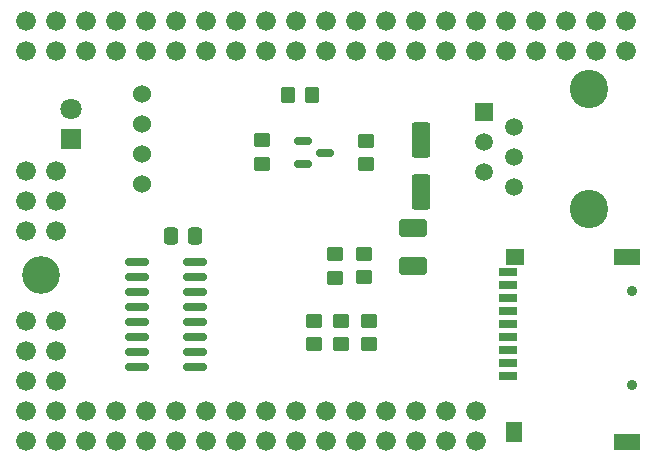
<source format=gbr>
%TF.GenerationSoftware,KiCad,Pcbnew,(6.0.8)*%
%TF.CreationDate,2022-11-19T01:29:10-06:00*%
%TF.ProjectId,coleco-adam-ade-pro-embed-shield,636f6c65-636f-42d6-9164-616d2d616465,rev?*%
%TF.SameCoordinates,Original*%
%TF.FileFunction,Soldermask,Bot*%
%TF.FilePolarity,Negative*%
%FSLAX46Y46*%
G04 Gerber Fmt 4.6, Leading zero omitted, Abs format (unit mm)*
G04 Created by KiCad (PCBNEW (6.0.8)) date 2022-11-19 01:29:10*
%MOMM*%
%LPD*%
G01*
G04 APERTURE LIST*
G04 Aperture macros list*
%AMRoundRect*
0 Rectangle with rounded corners*
0 $1 Rounding radius*
0 $2 $3 $4 $5 $6 $7 $8 $9 X,Y pos of 4 corners*
0 Add a 4 corners polygon primitive as box body*
4,1,4,$2,$3,$4,$5,$6,$7,$8,$9,$2,$3,0*
0 Add four circle primitives for the rounded corners*
1,1,$1+$1,$2,$3*
1,1,$1+$1,$4,$5*
1,1,$1+$1,$6,$7*
1,1,$1+$1,$8,$9*
0 Add four rect primitives between the rounded corners*
20,1,$1+$1,$2,$3,$4,$5,0*
20,1,$1+$1,$4,$5,$6,$7,0*
20,1,$1+$1,$6,$7,$8,$9,0*
20,1,$1+$1,$8,$9,$2,$3,0*%
G04 Aperture macros list end*
%ADD10C,3.200000*%
%ADD11C,1.676400*%
%ADD12R,1.800000X1.800000*%
%ADD13C,1.800000*%
%ADD14C,1.524000*%
%ADD15RoundRect,0.250000X-0.350000X-0.450000X0.350000X-0.450000X0.350000X0.450000X-0.350000X0.450000X0*%
%ADD16RoundRect,0.250000X-0.450000X0.350000X-0.450000X-0.350000X0.450000X-0.350000X0.450000X0.350000X0*%
%ADD17RoundRect,0.250001X0.924999X-0.499999X0.924999X0.499999X-0.924999X0.499999X-0.924999X-0.499999X0*%
%ADD18RoundRect,0.250000X-0.337500X-0.475000X0.337500X-0.475000X0.337500X0.475000X-0.337500X0.475000X0*%
%ADD19C,3.250000*%
%ADD20R,1.520000X1.520000*%
%ADD21C,1.520000*%
%ADD22RoundRect,0.150000X-0.587500X-0.150000X0.587500X-0.150000X0.587500X0.150000X-0.587500X0.150000X0*%
%ADD23C,0.900000*%
%ADD24R,1.600000X0.700000*%
%ADD25R,1.600000X1.400000*%
%ADD26R,2.200000X1.400000*%
%ADD27R,1.400000X1.800000*%
%ADD28RoundRect,0.250000X0.550000X-1.250000X0.550000X1.250000X-0.550000X1.250000X-0.550000X-1.250000X0*%
%ADD29RoundRect,0.150000X0.825000X0.150000X-0.825000X0.150000X-0.825000X-0.150000X0.825000X-0.150000X0*%
G04 APERTURE END LIST*
D10*
%TO.C,U1*%
X122670000Y-88710000D03*
D11*
X164580000Y-67220000D03*
X164580000Y-69760000D03*
X167120000Y-67220000D03*
X167120000Y-69760000D03*
X121400000Y-85000000D03*
X159500000Y-102780000D03*
X159500000Y-100240000D03*
X156960000Y-102780000D03*
X156960000Y-100240000D03*
X154420000Y-102780000D03*
X154420000Y-100240000D03*
X151880000Y-102780000D03*
X151880000Y-100240000D03*
X149340000Y-102780000D03*
X149340000Y-100240000D03*
X146800000Y-102780000D03*
X146800000Y-100240000D03*
X144260000Y-102780000D03*
X144260000Y-100240000D03*
X141720000Y-102780000D03*
X141720000Y-100240000D03*
X162040000Y-69760000D03*
X156960000Y-69760000D03*
X156960000Y-67220000D03*
X154420000Y-69760000D03*
X154420000Y-67220000D03*
X151880000Y-69760000D03*
X151880000Y-67220000D03*
X149340000Y-69760000D03*
X149340000Y-67220000D03*
X146800000Y-69760000D03*
X146800000Y-67220000D03*
X144260000Y-69760000D03*
X144260000Y-67220000D03*
X141720000Y-69760000D03*
X141720000Y-67220000D03*
X139180000Y-69760000D03*
X139180000Y-67220000D03*
X136640000Y-69760000D03*
X136640000Y-67220000D03*
X134100000Y-69760000D03*
X134100000Y-67220000D03*
X131560000Y-69760000D03*
X131560000Y-67220000D03*
X129020000Y-69760000D03*
X129020000Y-67220000D03*
X126480000Y-69760000D03*
X126480000Y-67220000D03*
X123940000Y-69760000D03*
X123940000Y-67220000D03*
X121400000Y-69760000D03*
X121400000Y-67220000D03*
X139180000Y-102780000D03*
X139180000Y-100240000D03*
X136640000Y-102780000D03*
X136640000Y-100240000D03*
X134100000Y-102780000D03*
X134100000Y-100240000D03*
X131560000Y-102780000D03*
X131560000Y-100240000D03*
X129020000Y-102780000D03*
X129020000Y-100240000D03*
X126480000Y-102780000D03*
X126480000Y-100240000D03*
X123940000Y-102780000D03*
X123940000Y-100240000D03*
X121400000Y-102780000D03*
X121400000Y-100240000D03*
X121400000Y-97700000D03*
X123940000Y-97700000D03*
X121400000Y-95160000D03*
X123940000Y-95160000D03*
X121400000Y-92620000D03*
X123940000Y-92620000D03*
X169660000Y-67220000D03*
X169660000Y-69760000D03*
X121400000Y-79920000D03*
X123940000Y-85000000D03*
X121400000Y-82460000D03*
X123940000Y-79920000D03*
X162040000Y-67220000D03*
X159500000Y-69760000D03*
X123940000Y-82460000D03*
X159500000Y-67220000D03*
X172200000Y-67220000D03*
X172200000Y-69760000D03*
%TD*%
D12*
%TO.C,D1*%
X125272800Y-77221000D03*
D13*
X125272800Y-74681000D03*
%TD*%
D14*
%TO.C,U2*%
X131220000Y-73400000D03*
X131220000Y-75940000D03*
X131220000Y-78480000D03*
X131220000Y-81020000D03*
%TD*%
D15*
%TO.C,R3*%
X143653000Y-73507600D03*
X145653000Y-73507600D03*
%TD*%
D16*
%TO.C,R2*%
X150241000Y-77333600D03*
X150241000Y-79333600D03*
%TD*%
%TO.C,R4*%
X148082000Y-92599000D03*
X148082000Y-94599000D03*
%TD*%
D17*
%TO.C,C2*%
X154203400Y-87959600D03*
X154203400Y-84709600D03*
%TD*%
D16*
%TO.C,R6*%
X150088600Y-86909400D03*
X150088600Y-88909400D03*
%TD*%
D18*
%TO.C,C1*%
X133684100Y-85420200D03*
X135759100Y-85420200D03*
%TD*%
D19*
%TO.C,J2*%
X169115600Y-72999600D03*
X169115600Y-83159600D03*
D20*
X160225600Y-74909600D03*
D21*
X162765600Y-76179600D03*
X160225600Y-77449600D03*
X162765600Y-78719600D03*
X160225600Y-79989600D03*
X162765600Y-81259600D03*
%TD*%
D22*
%TO.C,Q1*%
X144858500Y-79309000D03*
X144858500Y-77409000D03*
X146733500Y-78359000D03*
%TD*%
D16*
%TO.C,R7*%
X147624800Y-86934800D03*
X147624800Y-88934800D03*
%TD*%
%TO.C,R8*%
X150495000Y-92599000D03*
X150495000Y-94599000D03*
%TD*%
D23*
%TO.C,P1*%
X172759200Y-90071400D03*
X172759200Y-98071400D03*
D24*
X162259200Y-97271400D03*
X162259200Y-96171400D03*
X162259200Y-95071400D03*
X162259200Y-93971400D03*
X162259200Y-92871400D03*
X162259200Y-91771400D03*
X162259200Y-90671400D03*
X162259200Y-89571400D03*
X162259200Y-88471400D03*
D25*
X162859200Y-87171400D03*
D26*
X172359200Y-87171400D03*
X172359200Y-102871400D03*
D27*
X162759200Y-101971400D03*
%TD*%
D28*
%TO.C,C3*%
X154863800Y-81651200D03*
X154863800Y-77251200D03*
%TD*%
D29*
%TO.C,U3*%
X135748800Y-87630000D03*
X135748800Y-88900000D03*
X135748800Y-90170000D03*
X135748800Y-91440000D03*
X135748800Y-92710000D03*
X135748800Y-93980000D03*
X135748800Y-95250000D03*
X135748800Y-96520000D03*
X130798800Y-96520000D03*
X130798800Y-95250000D03*
X130798800Y-93980000D03*
X130798800Y-92710000D03*
X130798800Y-91440000D03*
X130798800Y-90170000D03*
X130798800Y-88900000D03*
X130798800Y-87630000D03*
%TD*%
D16*
%TO.C,R1*%
X141401800Y-77308200D03*
X141401800Y-79308200D03*
%TD*%
%TO.C,R5*%
X145796000Y-92599000D03*
X145796000Y-94599000D03*
%TD*%
M02*

</source>
